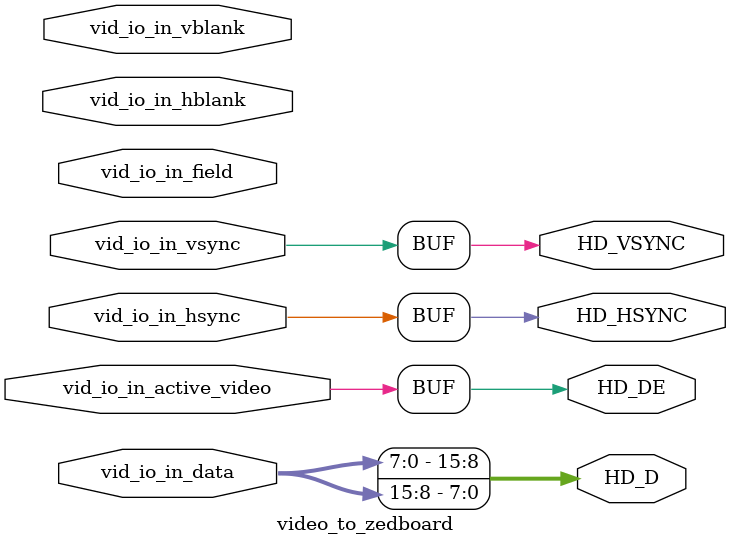
<source format=v>
module video_to_zedboard(
    vid_io_in_active_video,
    vid_io_in_data,
    vid_io_in_field,
    vid_io_in_hblank,
    vid_io_in_hsync,
    vid_io_in_vblank,
    vid_io_in_vsync,

    HD_DE,
    HD_D,
    HD_HSYNC,
    HD_VSYNC);

  (* X_INTERFACE_INFO = "xilinx.com:interface:vid_io:1.0 vid_io_in ACTIVE_VIDEO" *) input vid_io_in_active_video;
  (* X_INTERFACE_INFO = "xilinx.com:interface:vid_io:1.0 vid_io_in DATA" *) input [23:0]vid_io_in_data;
  (* X_INTERFACE_INFO = "xilinx.com:interface:vid_io:1.0 vid_io_in FIELD" *) input vid_io_in_field;
  (* X_INTERFACE_INFO = "xilinx.com:interface:vid_io:1.0 vid_io_in HBLANK" *) input vid_io_in_hblank;
  (* X_INTERFACE_INFO = "xilinx.com:interface:vid_io:1.0 vid_io_in HSYNC" *) input vid_io_in_hsync;
  (* X_INTERFACE_INFO = "xilinx.com:interface:vid_io:1.0 vid_io_in VBLANK" *) input vid_io_in_vblank;
  (* X_INTERFACE_INFO = "xilinx.com:interface:vid_io:1.0 vid_io_in VSYNC" *) input vid_io_in_vsync;

  output HD_DE;
  output [15:0] HD_D;
  output HD_HSYNC;
  output HD_VSYNC;

  assign HD_DE = vid_io_in_active_video;

  assign HD_D[15:8] = vid_io_in_data[7:0];
  assign HD_D[7:0] = vid_io_in_data[15:8];

  assign HD_HSYNC = vid_io_in_hsync;
  assign HD_VSYNC = vid_io_in_vsync;

endmodule

</source>
